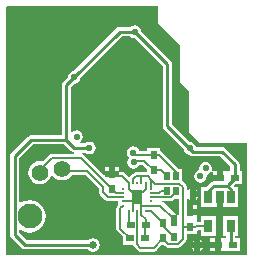
<source format=gbl>
%FSLAX25Y25*%
%MOIN*%
G70*
G01*
G75*
G04 Layer_Physical_Order=2*
G04 Layer_Color=16711680*
%ADD10R,0.03150X0.02362*%
%ADD11R,0.11024X0.11024*%
%ADD12O,0.02953X0.01181*%
%ADD13O,0.01181X0.02953*%
%ADD14R,0.02362X0.01969*%
%ADD15R,0.02500X0.02000*%
%ADD16R,0.02000X0.02500*%
%ADD17R,0.00984X0.02165*%
G04:AMPARAMS|DCode=18|XSize=7.87mil|YSize=23.62mil|CornerRadius=0mil|HoleSize=0mil|Usage=FLASHONLY|Rotation=180.000|XOffset=0mil|YOffset=0mil|HoleType=Round|Shape=Octagon|*
%AMOCTAGOND18*
4,1,8,0.00197,-0.01181,-0.00197,-0.01181,-0.00394,-0.00984,-0.00394,0.00984,-0.00197,0.01181,0.00197,0.01181,0.00394,0.00984,0.00394,-0.00984,0.00197,-0.01181,0.0*
%
%ADD18OCTAGOND18*%

%ADD19O,0.00787X0.02756*%
G04:AMPARAMS|DCode=20|XSize=7.87mil|YSize=23.62mil|CornerRadius=0mil|HoleSize=0mil|Usage=FLASHONLY|Rotation=90.000|XOffset=0mil|YOffset=0mil|HoleType=Round|Shape=Octagon|*
%AMOCTAGOND20*
4,1,8,-0.01181,-0.00197,-0.01181,0.00197,-0.00984,0.00394,0.00984,0.00394,0.01181,0.00197,0.01181,-0.00197,0.00984,-0.00394,-0.00984,-0.00394,-0.01181,-0.00197,0.0*
%
%ADD20OCTAGOND20*%

G04:AMPARAMS|DCode=21|XSize=7.87mil|YSize=27.56mil|CornerRadius=1.97mil|HoleSize=0mil|Usage=FLASHONLY|Rotation=90.000|XOffset=0mil|YOffset=0mil|HoleType=Round|Shape=RoundedRectangle|*
%AMROUNDEDRECTD21*
21,1,0.00787,0.02362,0,0,90.0*
21,1,0.00394,0.02756,0,0,90.0*
1,1,0.00394,0.01181,0.00197*
1,1,0.00394,0.01181,-0.00197*
1,1,0.00394,-0.01181,-0.00197*
1,1,0.00394,-0.01181,0.00197*
%
%ADD21ROUNDEDRECTD21*%
%ADD22O,0.02756X0.00787*%
%ADD23R,0.04724X0.03937*%
%ADD24R,0.04724X0.03937*%
%ADD25R,0.09449X0.02953*%
%ADD26C,0.01000*%
%ADD27C,0.00600*%
%ADD28C,0.00800*%
%ADD29C,0.01200*%
%ADD30C,0.00900*%
%ADD31C,0.02000*%
%ADD32C,0.01500*%
%ADD33C,0.08268*%
%ADD34C,0.02200*%
%ADD35C,0.05600*%
%ADD36C,0.02500*%
%ADD37R,0.00591X0.00787*%
%ADD38R,0.00787X0.00591*%
%ADD39R,0.03347X0.05118*%
%ADD40R,0.02559X0.04331*%
G36*
X617000Y214700D02*
X617200D01*
X624200Y207700D01*
Y195500D01*
X627200Y192500D01*
Y178700D01*
X630867Y175033D01*
X646600D01*
Y137845D01*
X646495Y137800D01*
Y137800D01*
X646495Y137800D01*
X566405D01*
X566300Y137900D01*
Y220259D01*
X566720Y220701D01*
X617000D01*
Y214700D01*
D02*
G37*
%LPC*%
G36*
X631100Y142757D02*
Y141900D01*
X631957D01*
X631614Y142414D01*
X631100Y142757D01*
D02*
G37*
G36*
X635900Y143400D02*
X634450D01*
Y142200D01*
X635900D01*
Y143400D01*
D02*
G37*
G36*
X643720Y150841D02*
X638761D01*
Y144110D01*
X639711D01*
Y143400D01*
X639704D01*
X639704Y143400D01*
Y143400D01*
X639450Y143400D01*
X639450D01*
X639400D01*
X639350D01*
X639096Y143400D01*
X639096Y143400D01*
Y143400D01*
X637900D01*
Y141199D01*
Y139000D01*
X639350D01*
Y139000D01*
X639450D01*
X639704Y139000D01*
X639704Y139000D01*
Y139000D01*
X644350D01*
Y143400D01*
X642769D01*
Y144110D01*
X643720D01*
Y150841D01*
D02*
G37*
G36*
X629100Y142757D02*
X628586Y142414D01*
X628242Y141900D01*
X629100D01*
Y142757D01*
D02*
G37*
G36*
X635900Y140200D02*
X634450D01*
Y139000D01*
X635900D01*
Y140200D01*
D02*
G37*
G36*
X629100Y139900D02*
X628242D01*
X628586Y139386D01*
X629100Y139042D01*
Y139900D01*
D02*
G37*
G36*
X631957D02*
X631100D01*
Y139042D01*
X631614Y139386D01*
X631957Y139900D01*
D02*
G37*
G36*
X632800Y168741D02*
X631981Y168578D01*
X631286Y168114D01*
X630822Y167419D01*
X630659Y166600D01*
X630764Y166073D01*
X630286Y165978D01*
X629591Y165514D01*
X629127Y164819D01*
X628964Y164000D01*
X629127Y163181D01*
X629591Y162486D01*
X630286Y162022D01*
X631105Y161859D01*
X631925Y162022D01*
X632619Y162486D01*
X633083Y163181D01*
X633246Y164000D01*
X633142Y164527D01*
X633619Y164622D01*
X634314Y165086D01*
X634671Y165621D01*
X634721Y165606D01*
X635093Y165493D01*
X635093Y165493D01*
X635150Y165476D01*
Y164500D01*
X636600D01*
Y165700D01*
X635156D01*
Y165700D01*
X635156D01*
X634839Y166086D01*
X634941Y166600D01*
X634778Y167419D01*
X634314Y168114D01*
X633619Y168578D01*
X632800Y168741D01*
D02*
G37*
G36*
X600600Y167150D02*
X599400D01*
Y165700D01*
X600600D01*
Y167150D01*
D02*
G37*
G36*
X603800D02*
X602600D01*
Y165700D01*
X603800D01*
Y167150D01*
D02*
G37*
G36*
X629500Y159757D02*
Y158900D01*
X630358D01*
X630014Y159414D01*
X629500Y159757D01*
D02*
G37*
G36*
X609200Y214341D02*
X608381Y214178D01*
X607709Y213729D01*
X604200D01*
X603615Y213613D01*
X603119Y213281D01*
X588973Y199136D01*
X588181Y198978D01*
X587486Y198514D01*
X587022Y197819D01*
X586864Y197027D01*
X585319Y195481D01*
X584987Y194985D01*
X584871Y194400D01*
Y177629D01*
X574600D01*
X574015Y177513D01*
X573519Y177181D01*
X568119Y171781D01*
X567787Y171285D01*
X567671Y170700D01*
Y144500D01*
X567671Y144500D01*
X567671D01*
X567787Y143915D01*
X568119Y143419D01*
X571519Y140019D01*
X572015Y139687D01*
X572600Y139571D01*
X593616D01*
X593678Y139478D01*
X594422Y138980D01*
X595300Y138806D01*
X596178Y138980D01*
X596922Y139478D01*
X597419Y140222D01*
X597594Y141100D01*
X597419Y141978D01*
X596922Y142722D01*
X596178Y143219D01*
X595300Y143394D01*
X594422Y143219D01*
X593678Y142722D01*
X593616Y142629D01*
X573234D01*
X570729Y145133D01*
Y145897D01*
X571178Y146118D01*
X571434Y145922D01*
X572731Y145385D01*
X574124Y145201D01*
X575516Y145385D01*
X576814Y145922D01*
X577928Y146777D01*
X578783Y147891D01*
X579320Y149189D01*
X579503Y150581D01*
X579320Y151973D01*
X578783Y153271D01*
X577928Y154385D01*
X576814Y155240D01*
X575516Y155778D01*
X574124Y155961D01*
X572731Y155778D01*
X571434Y155240D01*
X571178Y155044D01*
X570729Y155265D01*
Y170066D01*
X575234Y174571D01*
X585767D01*
X588019Y172319D01*
X588515Y171987D01*
X588836Y171923D01*
X588792Y171471D01*
X588746Y171425D01*
X581600D01*
X581093Y171325D01*
X580663Y171037D01*
X578517Y168892D01*
X578492Y168902D01*
X577500Y169033D01*
X576508Y168902D01*
X575584Y168519D01*
X574790Y167910D01*
X574181Y167116D01*
X573798Y166192D01*
X573667Y165200D01*
X573798Y164208D01*
X574181Y163284D01*
X574790Y162490D01*
X575584Y161881D01*
X576508Y161498D01*
X577500Y161367D01*
X578492Y161498D01*
X579416Y161881D01*
X580210Y162490D01*
X580819Y163284D01*
X581202Y164208D01*
X581213Y164290D01*
X581463Y164394D01*
X581701Y164457D01*
X582290Y163690D01*
X583084Y163081D01*
X584008Y162698D01*
X585000Y162567D01*
X585992Y162698D01*
X586916Y163081D01*
X587710Y163690D01*
X588312Y164474D01*
X592651D01*
X597175Y159951D01*
Y158800D01*
X597275Y158293D01*
X597563Y157863D01*
X597563Y157863D01*
X597563Y157863D01*
X599387Y156038D01*
X599387Y156038D01*
X599387D01*
X599387Y156038D01*
X599387D01*
X599387Y156038D01*
Y156038D01*
Y156038D01*
D01*
D01*
X599387D01*
Y156038D01*
X599817Y155751D01*
X600324Y155650D01*
X603738D01*
Y155480D01*
Y154500D01*
X603463Y154226D01*
X603175Y153795D01*
X603075Y153288D01*
Y146500D01*
X603175Y145993D01*
X603463Y145563D01*
X603463Y145563D01*
X603463Y145563D01*
X605150Y143876D01*
Y141100D01*
X608759D01*
X608831Y140737D01*
X609119Y140307D01*
X610163Y139263D01*
X610163Y139263D01*
X610163D01*
X610163Y139263D01*
X610163D01*
X610163Y139263D01*
Y139263D01*
Y139263D01*
D01*
D01*
X610163D01*
Y139263D01*
X610593Y138975D01*
X611100Y138874D01*
X615600D01*
X615632Y138881D01*
X615665Y138876D01*
X615885Y138931D01*
X616107Y138975D01*
X616135Y138994D01*
X616167Y139002D01*
X616349Y139137D01*
X616537Y139263D01*
X616556Y139290D01*
X616582Y139310D01*
X618069Y140950D01*
X619075D01*
X619433Y140592D01*
X619433D01*
X619433Y140592D01*
X619433Y140592D01*
Y140592D01*
X619863Y140305D01*
X620371Y140204D01*
X623629D01*
X624137Y140305D01*
X624567Y140592D01*
X626137Y142163D01*
X626425Y142593D01*
X626525Y143100D01*
Y144650D01*
X629800D01*
Y145737D01*
X630137Y145963D01*
X630137Y145963D01*
X630137Y145963D01*
X630325Y146150D01*
X631280D01*
Y144110D01*
X636239D01*
Y150841D01*
X631280D01*
Y148801D01*
X629800D01*
Y149550D01*
D01*
Y149550D01*
X629800Y149550D01*
Y149650D01*
X629800D01*
Y151100D01*
X627599D01*
Y152099D01*
X626600D01*
Y154550D01*
X626525D01*
Y156246D01*
X626986Y156386D01*
X627500Y156043D01*
Y157899D01*
Y159757D01*
X626986Y159414D01*
X626525Y159554D01*
Y160400D01*
X626425Y160907D01*
X626137Y161337D01*
X625100Y162374D01*
Y166450D01*
X623725D01*
X618237Y171937D01*
X617807Y172225D01*
X617700Y172246D01*
Y173450D01*
X613300D01*
Y172326D01*
X610737D01*
X610678Y172619D01*
X610214Y173314D01*
X609519Y173778D01*
X608700Y173941D01*
X607881Y173778D01*
X607186Y173314D01*
X606722Y172619D01*
X606559Y171800D01*
X606722Y170981D01*
X607186Y170286D01*
X607186Y170286D01*
X607186D01*
X607286Y170114D01*
X607286Y170114D01*
X607286D01*
X606822Y169419D01*
X606659Y168600D01*
X606822Y167781D01*
X607286Y167086D01*
X607981Y166622D01*
X608800Y166459D01*
X609619Y166622D01*
X610314Y167086D01*
X610774Y167774D01*
X611851D01*
X613300Y166325D01*
Y165226D01*
X609500D01*
X608993Y165125D01*
X608563Y164837D01*
X607741Y164015D01*
X607664Y163901D01*
X607167Y163852D01*
X605959Y165059D01*
X605496Y165369D01*
X604950Y165477D01*
X604950Y165477D01*
X603800D01*
Y163700D01*
X599475D01*
X599400Y163775D01*
Y164428D01*
X598938Y164236D01*
X592137Y171037D01*
X591707Y171325D01*
X591200Y171425D01*
Y171517D01*
X591554Y171871D01*
X592609D01*
X593281Y171422D01*
X594100Y171259D01*
X594919Y171422D01*
X595614Y171886D01*
X596078Y172581D01*
X596241Y173400D01*
X596078Y174219D01*
X595614Y174914D01*
X594919Y175378D01*
X594100Y175541D01*
X593281Y175378D01*
X592609Y174929D01*
X591043D01*
X590898Y175408D01*
X591314Y175686D01*
X591778Y176381D01*
X591941Y177200D01*
X591778Y178019D01*
X591314Y178714D01*
X590619Y179178D01*
X589800Y179341D01*
X588981Y179178D01*
X588370Y178770D01*
X587929Y179006D01*
Y193766D01*
X589027Y194864D01*
X589819Y195022D01*
X590514Y195486D01*
X590978Y196181D01*
X591136Y196973D01*
X604834Y210671D01*
X607709D01*
X608381Y210222D01*
X609173Y210064D01*
X618571Y200666D01*
Y180700D01*
X618571Y180700D01*
X618571D01*
X618687Y180115D01*
X619019Y179619D01*
X625489Y173148D01*
X625622Y172481D01*
X626086Y171786D01*
X626781Y171322D01*
X627448Y171189D01*
X627519Y171119D01*
X628015Y170787D01*
X628600Y170671D01*
X637667D01*
X641071Y167266D01*
Y165700D01*
X640150D01*
D01*
D01*
X640150Y165700D01*
X640050D01*
Y165700D01*
X638600D01*
Y163499D01*
X637601D01*
Y162500D01*
X635150D01*
Y162260D01*
X634915Y162213D01*
X634419Y161881D01*
X632827Y160290D01*
X631280D01*
Y153559D01*
X636500D01*
Y156925D01*
X638500D01*
Y153559D01*
X643720D01*
Y160290D01*
X642623D01*
X642322Y160741D01*
Y161059D01*
X642563Y161300D01*
X645050D01*
Y165700D01*
X644129D01*
Y167900D01*
X644013Y168485D01*
X643681Y168981D01*
X639381Y173281D01*
X638885Y173613D01*
X638300Y173729D01*
X629656D01*
X629578Y174119D01*
X629114Y174814D01*
X628419Y175278D01*
X627600Y175441D01*
X627535Y175428D01*
X621629Y181333D01*
Y201300D01*
X621513Y201885D01*
X621181Y202381D01*
X611336Y212227D01*
X611178Y213019D01*
X610714Y213714D01*
X610019Y214178D01*
X609200Y214341D01*
D02*
G37*
G36*
X629800Y154550D02*
X628600D01*
Y153100D01*
X629800D01*
Y154550D01*
D02*
G37*
G36*
X630358Y156900D02*
X629500D01*
Y156043D01*
X630014Y156386D01*
X630358Y156900D01*
D02*
G37*
%LPD*%
G36*
X623875Y151150D02*
X623200D01*
Y148699D01*
X621200D01*
Y151150D01*
X622868D01*
X618790Y155229D01*
X618415Y155479D01*
X618415Y155479D01*
X618415D01*
X618327Y155538D01*
Y155538D01*
X618335Y155624D01*
X621173D01*
X621680Y155725D01*
X622110Y156013D01*
X622647Y156550D01*
X623875D01*
Y151150D01*
D02*
G37*
D15*
X612800Y147600D02*
D03*
X607800D02*
D03*
X612600Y143300D02*
D03*
X607600D02*
D03*
X642600Y163500D02*
D03*
X637600D02*
D03*
X641900Y141200D02*
D03*
X636900D02*
D03*
D16*
X622900Y159000D02*
D03*
Y164000D02*
D03*
X619800Y159100D02*
D03*
Y164100D02*
D03*
X622200Y143700D02*
D03*
Y148700D02*
D03*
X618500Y143400D02*
D03*
Y148400D02*
D03*
X601600Y159700D02*
D03*
Y164700D02*
D03*
X615500Y171000D02*
D03*
Y166000D02*
D03*
X627600Y152100D02*
D03*
Y147100D02*
D03*
D26*
X633760Y156924D02*
Y159060D01*
X635500Y160800D01*
X641240Y156924D02*
Y159660D01*
Y141860D02*
Y147476D01*
Y141860D02*
X641900Y141200D01*
X642600Y163500D02*
Y167900D01*
X640200Y161100D02*
X642600Y163500D01*
X640200Y160800D02*
Y161100D01*
X635500Y160800D02*
X640100D01*
X640200D01*
X640100D02*
X641240Y159660D01*
X589100Y173400D02*
X594100D01*
X586400Y194400D02*
X589000Y197000D01*
X586400Y176100D02*
Y194400D01*
Y176100D02*
X589100Y173400D01*
X589000Y197000D02*
X604200Y212200D01*
X609200D01*
X620100Y180700D02*
Y201300D01*
X609200Y212200D02*
X620100Y201300D01*
X628600Y172200D02*
X638300D01*
X642600Y167900D01*
X569200Y170700D02*
X574600Y176100D01*
X586400D01*
X572600Y141100D02*
X595300D01*
X569200Y144500D02*
X572600Y141100D01*
X569200Y144500D02*
Y170700D01*
X620100Y180700D02*
X628600Y172200D01*
D27*
X609500Y171000D02*
X615500D01*
X609900Y169100D02*
X612400D01*
X615500Y166000D01*
X617900D01*
X619800Y164100D01*
X609100Y168300D02*
X609900Y169100D01*
X617900Y159100D02*
X619800D01*
X617154Y158353D02*
X617900Y159100D01*
X614780Y158353D02*
X617154D01*
X614780Y156976D02*
X614806Y156950D01*
X602947Y158353D02*
X605332D01*
X601600Y159700D02*
X602947Y158353D01*
X614780Y159731D02*
Y162720D01*
X613600Y163900D02*
X614780Y162720D01*
X608678Y163078D02*
X609500Y163900D01*
X608678Y161700D02*
Y163078D01*
X611434Y161700D02*
Y163784D01*
X609500Y163900D02*
X611550D01*
X613600D01*
X611434Y163784D02*
X611550Y163900D01*
X603036Y156976D02*
X605332D01*
X602947Y157065D02*
X603036Y156976D01*
X600324D02*
X603036D01*
X598500Y158800D02*
X600324Y156976D01*
X607300Y148100D02*
Y152251D01*
Y148100D02*
X607800Y147600D01*
X610056Y141244D02*
Y152251D01*
Y141244D02*
X611100Y140200D01*
X615600D01*
X618500Y143400D01*
X604400Y146500D02*
X607600Y143300D01*
X604400Y146500D02*
Y153288D01*
X605332Y154220D01*
X598500Y158800D02*
Y160500D01*
X593200Y165800D02*
X598500Y160500D01*
X618500Y147400D02*
Y148400D01*
Y147400D02*
X622200Y143700D01*
X614649Y152251D02*
X618500Y148400D01*
X612812Y152251D02*
X614649D01*
X614806Y156950D02*
X621173D01*
X622900Y158677D01*
Y159000D01*
X614780Y162720D02*
X616000Y161500D01*
X624100D01*
X618500Y143400D02*
X620371Y141529D01*
X623629D01*
X625200Y143100D01*
X624100Y161500D02*
X625200Y160400D01*
Y143100D02*
Y146900D01*
Y160400D01*
X629776Y147476D02*
X633760D01*
X629200Y146900D02*
X629776Y147476D01*
X625200Y146900D02*
X629200D01*
X577300Y165200D02*
X577500D01*
X584600Y165800D02*
X593200D01*
X577300Y165200D02*
Y165800D01*
X584600D02*
X585000Y166200D01*
Y166400D01*
X581600Y170100D02*
X591200D01*
X577300Y165800D02*
X581600Y170100D01*
X591200D02*
X601600Y159700D01*
X615500Y171000D02*
X617300D01*
X622900Y165400D01*
Y164000D02*
Y165400D01*
D28*
X605332Y155598D02*
X608678D01*
Y152251D02*
Y155598D01*
X610056Y156976D01*
X607300Y159731D02*
Y161700D01*
Y159731D02*
X610056Y156976D01*
X612812Y159731D01*
Y161700D01*
X604950Y164050D02*
X607300Y161700D01*
X602250Y164050D02*
X604950D01*
X601600Y164700D02*
X602250Y164050D01*
X610056Y156976D02*
X611434Y155598D01*
Y151066D02*
Y152251D01*
Y151066D02*
X612800Y149700D01*
Y147600D02*
Y149700D01*
X611434Y152251D02*
Y154220D01*
Y155598D01*
Y154220D02*
X614780D01*
X612600Y143300D02*
Y147400D01*
X612800Y147600D01*
X636899Y141199D02*
X636900Y141200D01*
X614780Y154220D02*
X617780D01*
X622200Y149800D01*
Y148700D02*
Y149800D01*
D33*
X574124Y150581D02*
D03*
D34*
X594100Y173400D02*
D03*
X589000Y197000D02*
D03*
X608800Y168600D02*
D03*
X608700Y171800D02*
D03*
X609200Y212200D02*
D03*
X589800Y177200D02*
D03*
X632800Y166600D02*
D03*
X627600Y173300D02*
D03*
X631105Y164000D02*
D03*
X630100Y140900D02*
D03*
X628500Y157900D02*
D03*
D35*
X577500Y165200D02*
D03*
X585000Y166400D02*
D03*
D36*
X595300Y141100D02*
D03*
D37*
X607300Y161700D02*
D03*
X608678D02*
D03*
X610056D02*
D03*
X611434D02*
D03*
X612812D02*
D03*
Y152251D02*
D03*
X611434D02*
D03*
X610056D02*
D03*
X608678D02*
D03*
X607300D02*
D03*
D38*
X614780Y159731D02*
D03*
Y158353D02*
D03*
Y156976D02*
D03*
Y155598D02*
D03*
Y154220D02*
D03*
X605332D02*
D03*
Y155598D02*
D03*
Y156976D02*
D03*
Y158353D02*
D03*
Y159731D02*
D03*
D39*
X610056Y156976D02*
D03*
D40*
X633760Y147476D02*
D03*
X641240D02*
D03*
Y156924D02*
D03*
X637500D02*
D03*
X633760D02*
D03*
M02*

</source>
